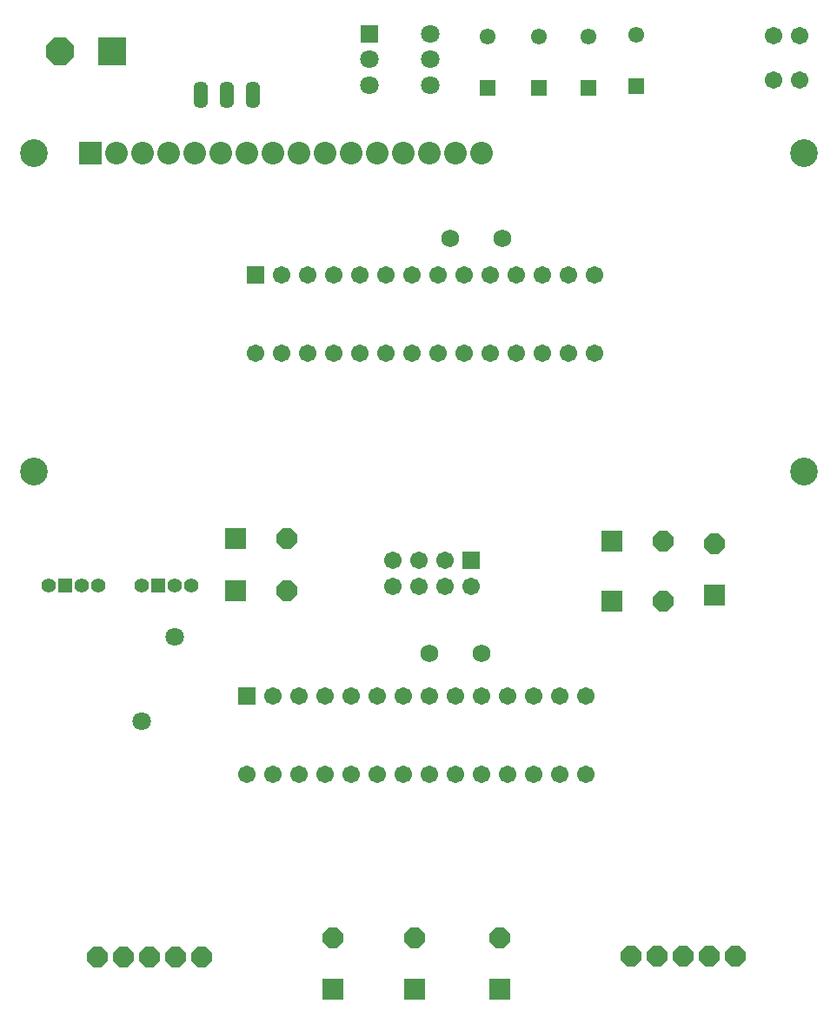
<source format=gts>
G04 Layer_Color=8388736*
%FSLAX25Y25*%
%MOIN*%
G70*
G01*
G75*
%ADD43R,0.06706X0.06706*%
%ADD44C,0.06706*%
%ADD45R,0.06115X0.06115*%
%ADD46C,0.06115*%
%ADD47O,0.05600X0.10400*%
%ADD48R,0.10642X0.10642*%
%ADD49P,0.11519X8X22.5*%
%ADD50P,0.08536X8X22.5*%
%ADD51R,0.07887X0.07887*%
%ADD52P,0.08536X8X112.5*%
%ADD53R,0.07887X0.07887*%
%ADD54C,0.10642*%
%ADD55R,0.08674X0.08674*%
%ADD56C,0.08674*%
%ADD57R,0.06706X0.06706*%
%ADD58C,0.05524*%
%ADD59R,0.05524X0.05524*%
%ADD60C,0.06800*%
%ADD61R,0.07099X0.07099*%
%ADD62C,0.07099*%
D43*
X295000Y433500D02*
D03*
X298500Y595000D02*
D03*
D44*
X305000Y433500D02*
D03*
X315000D02*
D03*
X325000D02*
D03*
X335000D02*
D03*
X345000D02*
D03*
X355000D02*
D03*
X365000D02*
D03*
X375000D02*
D03*
X385000D02*
D03*
X395000D02*
D03*
X405000D02*
D03*
X415000D02*
D03*
X425000D02*
D03*
X295000Y403500D02*
D03*
X305000D02*
D03*
X315000D02*
D03*
X325000D02*
D03*
X335000D02*
D03*
X345000D02*
D03*
X355000D02*
D03*
X365000D02*
D03*
X375000D02*
D03*
X385000D02*
D03*
X395000D02*
D03*
X405000D02*
D03*
X415000D02*
D03*
X425000D02*
D03*
X507000Y686657D02*
D03*
X497000D02*
D03*
X507000Y669657D02*
D03*
X497000D02*
D03*
X381000Y475500D02*
D03*
X371000Y485500D02*
D03*
Y475500D02*
D03*
X361000Y485500D02*
D03*
Y475500D02*
D03*
X351000Y485500D02*
D03*
Y475500D02*
D03*
X308500Y595000D02*
D03*
X318500D02*
D03*
X328500D02*
D03*
X338500D02*
D03*
X348500D02*
D03*
X358500D02*
D03*
X368500D02*
D03*
X378500D02*
D03*
X388500D02*
D03*
X398500D02*
D03*
X408500D02*
D03*
X418500D02*
D03*
X428500D02*
D03*
X298500Y565000D02*
D03*
X308500D02*
D03*
X318500D02*
D03*
X328500D02*
D03*
X338500D02*
D03*
X348500D02*
D03*
X358500D02*
D03*
X368500D02*
D03*
X378500D02*
D03*
X388500D02*
D03*
X398500D02*
D03*
X408500D02*
D03*
X418500D02*
D03*
X428500D02*
D03*
D45*
X407000Y666657D02*
D03*
X387500D02*
D03*
X444500Y667157D02*
D03*
X426000Y666657D02*
D03*
D46*
X407000Y686343D02*
D03*
X387500D02*
D03*
X444500Y686843D02*
D03*
X426000Y686343D02*
D03*
D47*
X297500Y664000D02*
D03*
X277500D02*
D03*
X287500D02*
D03*
D48*
X243500Y680500D02*
D03*
D49*
X223500D02*
D03*
D50*
X310343Y474000D02*
D03*
Y494000D02*
D03*
X454843Y470000D02*
D03*
Y493000D02*
D03*
X257681Y333500D02*
D03*
X462500Y334000D02*
D03*
D51*
X290657Y474000D02*
D03*
Y494000D02*
D03*
X435157Y470000D02*
D03*
Y493000D02*
D03*
D52*
X474500Y491843D02*
D03*
X237681Y333500D02*
D03*
X247681D02*
D03*
X267681D02*
D03*
X277681D02*
D03*
X442500Y334000D02*
D03*
X452500D02*
D03*
X472500D02*
D03*
X482500D02*
D03*
X328000Y340843D02*
D03*
X359500D02*
D03*
X392000D02*
D03*
D53*
X474500Y472157D02*
D03*
X328000Y321157D02*
D03*
X359500D02*
D03*
X392000D02*
D03*
D54*
X213346Y641500D02*
D03*
Y519453D02*
D03*
X508622D02*
D03*
Y641500D02*
D03*
D55*
X235000D02*
D03*
D56*
X245000D02*
D03*
X255000D02*
D03*
X275000D02*
D03*
X265000D02*
D03*
X305000D02*
D03*
X315000D02*
D03*
X295000D02*
D03*
X285000D02*
D03*
X355000D02*
D03*
X365000D02*
D03*
X385000D02*
D03*
X375000D02*
D03*
X335000D02*
D03*
X345000D02*
D03*
X325000D02*
D03*
D57*
X381000Y485500D02*
D03*
D58*
X273598Y476000D02*
D03*
X254701D02*
D03*
X267299D02*
D03*
X237898D02*
D03*
X219000D02*
D03*
X231598D02*
D03*
D59*
X261000D02*
D03*
X225299D02*
D03*
D60*
X365000Y450000D02*
D03*
X385000D02*
D03*
X373000Y609000D02*
D03*
X393000D02*
D03*
D61*
X341878Y687343D02*
D03*
D62*
Y677500D02*
D03*
Y667657D02*
D03*
X365500D02*
D03*
Y677500D02*
D03*
Y687343D02*
D03*
X254701Y424021D02*
D03*
X267299Y456320D02*
D03*
M02*

</source>
